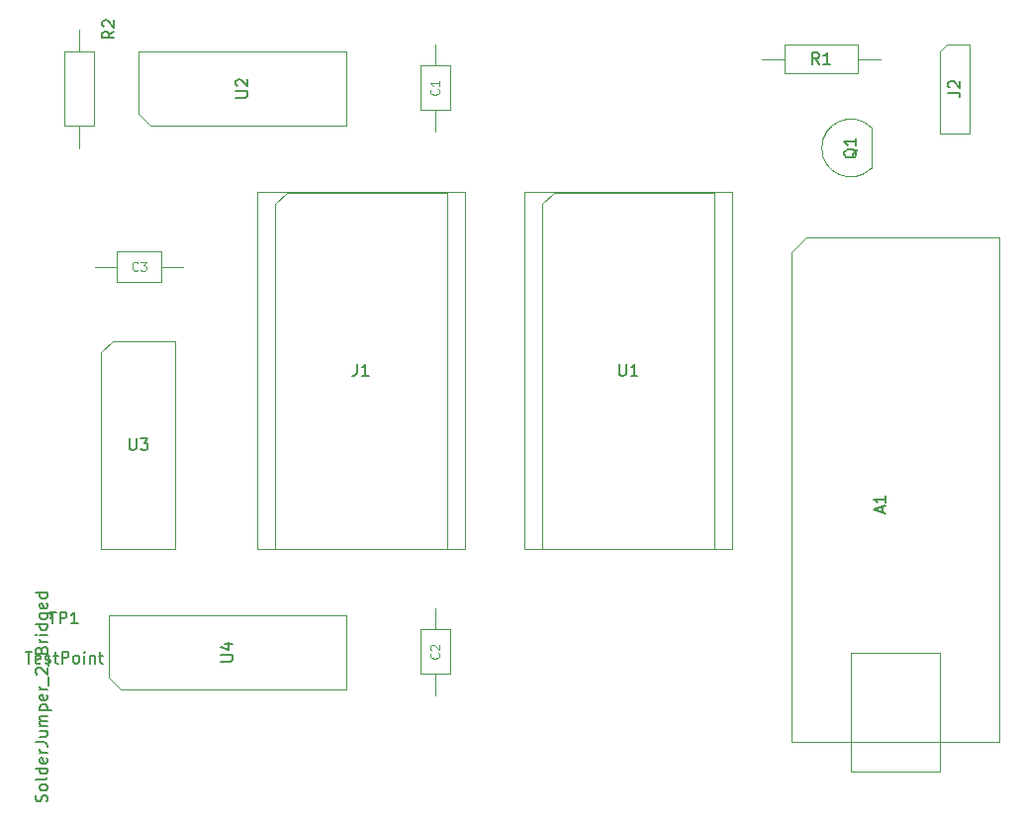
<source format=gbr>
%TF.GenerationSoftware,KiCad,Pcbnew,(5.1.9)-1*%
%TF.CreationDate,2021-04-24T11:27:16-04:00*%
%TF.ProjectId,io_i2c,696f5f69-3263-42e6-9b69-6361645f7063,rev?*%
%TF.SameCoordinates,Original*%
%TF.FileFunction,Other,Fab,Top*%
%FSLAX46Y46*%
G04 Gerber Fmt 4.6, Leading zero omitted, Abs format (unit mm)*
G04 Created by KiCad (PCBNEW (5.1.9)-1) date 2021-04-24 11:27:16*
%MOMM*%
%LPD*%
G01*
G04 APERTURE LIST*
%ADD10C,0.100000*%
%ADD11C,0.150000*%
%ADD12C,0.114000*%
G04 APERTURE END LIST*
D10*
%TO.C,U4*%
X46720000Y-97155000D02*
X45720000Y-96155000D01*
X66040000Y-97155000D02*
X46720000Y-97155000D01*
X66040000Y-90805000D02*
X66040000Y-97155000D01*
X45720000Y-90805000D02*
X66040000Y-90805000D01*
X45720000Y-96155000D02*
X45720000Y-90805000D01*
%TO.C,U1*%
X99060000Y-54550000D02*
X81280000Y-54550000D01*
X99060000Y-85150000D02*
X99060000Y-54550000D01*
X81280000Y-85150000D02*
X99060000Y-85150000D01*
X81280000Y-54550000D02*
X81280000Y-85150000D01*
X82805000Y-55610000D02*
X83805000Y-54610000D01*
X82805000Y-85090000D02*
X82805000Y-55610000D01*
X97535000Y-85090000D02*
X82805000Y-85090000D01*
X97535000Y-54610000D02*
X97535000Y-85090000D01*
X83805000Y-54610000D02*
X97535000Y-54610000D01*
%TO.C,C3*%
X44570000Y-60960000D02*
X46420000Y-60960000D01*
X52070000Y-60960000D02*
X50220000Y-60960000D01*
X46420000Y-62260000D02*
X50220000Y-62260000D01*
X46420000Y-59660000D02*
X46420000Y-62260000D01*
X50220000Y-59660000D02*
X46420000Y-59660000D01*
X50220000Y-62260000D02*
X50220000Y-59660000D01*
%TO.C,C2*%
X73660000Y-97670000D02*
X73660000Y-95820000D01*
X73660000Y-90170000D02*
X73660000Y-92020000D01*
X74960000Y-95820000D02*
X74960000Y-92020000D01*
X72360000Y-95820000D02*
X74960000Y-95820000D01*
X72360000Y-92020000D02*
X72360000Y-95820000D01*
X74960000Y-92020000D02*
X72360000Y-92020000D01*
%TO.C,C1*%
X73660000Y-49410000D02*
X73660000Y-47560000D01*
X73660000Y-41910000D02*
X73660000Y-43760000D01*
X74960000Y-47560000D02*
X74960000Y-43760000D01*
X72360000Y-47560000D02*
X74960000Y-47560000D01*
X72360000Y-43760000D02*
X72360000Y-47560000D01*
X74960000Y-43760000D02*
X72360000Y-43760000D01*
%TO.C,R1*%
X111760000Y-43180000D02*
X109830000Y-43180000D01*
X101600000Y-43180000D02*
X103530000Y-43180000D01*
X109830000Y-41930000D02*
X103530000Y-41930000D01*
X109830000Y-44430000D02*
X109830000Y-41930000D01*
X103530000Y-44430000D02*
X109830000Y-44430000D01*
X103530000Y-41930000D02*
X103530000Y-44430000D01*
%TO.C,R2*%
X43180000Y-40640000D02*
X43180000Y-42570000D01*
X43180000Y-50800000D02*
X43180000Y-48870000D01*
X41930000Y-42570000D02*
X41930000Y-48870000D01*
X44430000Y-42570000D02*
X41930000Y-42570000D01*
X44430000Y-48870000D02*
X44430000Y-42570000D01*
X41930000Y-48870000D02*
X44430000Y-48870000D01*
%TO.C,J2*%
X116840000Y-42545000D02*
X117475000Y-41910000D01*
X116840000Y-49530000D02*
X116840000Y-42545000D01*
X119380000Y-49530000D02*
X116840000Y-49530000D01*
X119380000Y-41910000D02*
X119380000Y-49530000D01*
X117475000Y-41910000D02*
X119380000Y-41910000D01*
%TO.C,Q1*%
X110970000Y-52570000D02*
X110970000Y-49070000D01*
X110973625Y-52553625D02*
G75*
G02*
X106740000Y-50800000I-1753625J1753625D01*
G01*
X110973625Y-49046375D02*
G75*
G03*
X106740000Y-50800000I-1753625J-1753625D01*
G01*
%TO.C,U3*%
X45085000Y-68310000D02*
X46085000Y-67310000D01*
X45085000Y-85090000D02*
X45085000Y-68310000D01*
X51435000Y-85090000D02*
X45085000Y-85090000D01*
X51435000Y-67310000D02*
X51435000Y-85090000D01*
X46085000Y-67310000D02*
X51435000Y-67310000D01*
%TO.C,U2*%
X49260000Y-48895000D02*
X48260000Y-47895000D01*
X66040000Y-48895000D02*
X49260000Y-48895000D01*
X66040000Y-42545000D02*
X66040000Y-48895000D01*
X48260000Y-42545000D02*
X66040000Y-42545000D01*
X48260000Y-47895000D02*
X48260000Y-42545000D01*
%TO.C,J1*%
X76200000Y-54550000D02*
X58420000Y-54550000D01*
X76200000Y-85150000D02*
X76200000Y-54550000D01*
X58420000Y-85150000D02*
X76200000Y-85150000D01*
X58420000Y-54550000D02*
X58420000Y-85150000D01*
X59945000Y-55610000D02*
X60945000Y-54610000D01*
X59945000Y-85090000D02*
X59945000Y-55610000D01*
X74675000Y-85090000D02*
X59945000Y-85090000D01*
X74675000Y-54610000D02*
X74675000Y-85090000D01*
X60945000Y-54610000D02*
X74675000Y-54610000D01*
%TO.C,A1*%
X121920000Y-58420000D02*
X121920000Y-101600000D01*
X105410000Y-58420000D02*
X121920000Y-58420000D01*
X104140000Y-59690000D02*
X105410000Y-58420000D01*
X104140000Y-101600000D02*
X104140000Y-59690000D01*
X121920000Y-101600000D02*
X104140000Y-101600000D01*
X109220000Y-104140000D02*
X109220000Y-93980000D01*
X116840000Y-104140000D02*
X109220000Y-104140000D01*
X116840000Y-93980000D02*
X116840000Y-104140000D01*
X109220000Y-93980000D02*
X116840000Y-93980000D01*
%TD*%
%TO.C,U4*%
D11*
X55332380Y-94741904D02*
X56141904Y-94741904D01*
X56237142Y-94694285D01*
X56284761Y-94646666D01*
X56332380Y-94551428D01*
X56332380Y-94360952D01*
X56284761Y-94265714D01*
X56237142Y-94218095D01*
X56141904Y-94170476D01*
X55332380Y-94170476D01*
X55665714Y-93265714D02*
X56332380Y-93265714D01*
X55284761Y-93503809D02*
X55999047Y-93741904D01*
X55999047Y-93122857D01*
%TO.C,TP1*%
X38576666Y-93912380D02*
X39148095Y-93912380D01*
X38862380Y-94912380D02*
X38862380Y-93912380D01*
X39862380Y-94864761D02*
X39767142Y-94912380D01*
X39576666Y-94912380D01*
X39481428Y-94864761D01*
X39433809Y-94769523D01*
X39433809Y-94388571D01*
X39481428Y-94293333D01*
X39576666Y-94245714D01*
X39767142Y-94245714D01*
X39862380Y-94293333D01*
X39910000Y-94388571D01*
X39910000Y-94483809D01*
X39433809Y-94579047D01*
X40290952Y-94864761D02*
X40386190Y-94912380D01*
X40576666Y-94912380D01*
X40671904Y-94864761D01*
X40719523Y-94769523D01*
X40719523Y-94721904D01*
X40671904Y-94626666D01*
X40576666Y-94579047D01*
X40433809Y-94579047D01*
X40338571Y-94531428D01*
X40290952Y-94436190D01*
X40290952Y-94388571D01*
X40338571Y-94293333D01*
X40433809Y-94245714D01*
X40576666Y-94245714D01*
X40671904Y-94293333D01*
X41005238Y-94245714D02*
X41386190Y-94245714D01*
X41148095Y-93912380D02*
X41148095Y-94769523D01*
X41195714Y-94864761D01*
X41290952Y-94912380D01*
X41386190Y-94912380D01*
X41719523Y-94912380D02*
X41719523Y-93912380D01*
X42100476Y-93912380D01*
X42195714Y-93960000D01*
X42243333Y-94007619D01*
X42290952Y-94102857D01*
X42290952Y-94245714D01*
X42243333Y-94340952D01*
X42195714Y-94388571D01*
X42100476Y-94436190D01*
X41719523Y-94436190D01*
X42862380Y-94912380D02*
X42767142Y-94864761D01*
X42719523Y-94817142D01*
X42671904Y-94721904D01*
X42671904Y-94436190D01*
X42719523Y-94340952D01*
X42767142Y-94293333D01*
X42862380Y-94245714D01*
X43005238Y-94245714D01*
X43100476Y-94293333D01*
X43148095Y-94340952D01*
X43195714Y-94436190D01*
X43195714Y-94721904D01*
X43148095Y-94817142D01*
X43100476Y-94864761D01*
X43005238Y-94912380D01*
X42862380Y-94912380D01*
X43624285Y-94912380D02*
X43624285Y-94245714D01*
X43624285Y-93912380D02*
X43576666Y-93960000D01*
X43624285Y-94007619D01*
X43671904Y-93960000D01*
X43624285Y-93912380D01*
X43624285Y-94007619D01*
X44100476Y-94245714D02*
X44100476Y-94912380D01*
X44100476Y-94340952D02*
X44148095Y-94293333D01*
X44243333Y-94245714D01*
X44386190Y-94245714D01*
X44481428Y-94293333D01*
X44529047Y-94388571D01*
X44529047Y-94912380D01*
X44862380Y-94245714D02*
X45243333Y-94245714D01*
X45005238Y-93912380D02*
X45005238Y-94769523D01*
X45052857Y-94864761D01*
X45148095Y-94912380D01*
X45243333Y-94912380D01*
X40648095Y-90512380D02*
X41219523Y-90512380D01*
X40933809Y-91512380D02*
X40933809Y-90512380D01*
X41552857Y-91512380D02*
X41552857Y-90512380D01*
X41933809Y-90512380D01*
X42029047Y-90560000D01*
X42076666Y-90607619D01*
X42124285Y-90702857D01*
X42124285Y-90845714D01*
X42076666Y-90940952D01*
X42029047Y-90988571D01*
X41933809Y-91036190D01*
X41552857Y-91036190D01*
X43076666Y-91512380D02*
X42505238Y-91512380D01*
X42790952Y-91512380D02*
X42790952Y-90512380D01*
X42695714Y-90655238D01*
X42600476Y-90750476D01*
X42505238Y-90798095D01*
%TO.C,JP1*%
X40414761Y-106742380D02*
X40462380Y-106599523D01*
X40462380Y-106361428D01*
X40414761Y-106266190D01*
X40367142Y-106218571D01*
X40271904Y-106170952D01*
X40176666Y-106170952D01*
X40081428Y-106218571D01*
X40033809Y-106266190D01*
X39986190Y-106361428D01*
X39938571Y-106551904D01*
X39890952Y-106647142D01*
X39843333Y-106694761D01*
X39748095Y-106742380D01*
X39652857Y-106742380D01*
X39557619Y-106694761D01*
X39510000Y-106647142D01*
X39462380Y-106551904D01*
X39462380Y-106313809D01*
X39510000Y-106170952D01*
X40462380Y-105599523D02*
X40414761Y-105694761D01*
X40367142Y-105742380D01*
X40271904Y-105790000D01*
X39986190Y-105790000D01*
X39890952Y-105742380D01*
X39843333Y-105694761D01*
X39795714Y-105599523D01*
X39795714Y-105456666D01*
X39843333Y-105361428D01*
X39890952Y-105313809D01*
X39986190Y-105266190D01*
X40271904Y-105266190D01*
X40367142Y-105313809D01*
X40414761Y-105361428D01*
X40462380Y-105456666D01*
X40462380Y-105599523D01*
X40462380Y-104694761D02*
X40414761Y-104790000D01*
X40319523Y-104837619D01*
X39462380Y-104837619D01*
X40462380Y-103885238D02*
X39462380Y-103885238D01*
X40414761Y-103885238D02*
X40462380Y-103980476D01*
X40462380Y-104170952D01*
X40414761Y-104266190D01*
X40367142Y-104313809D01*
X40271904Y-104361428D01*
X39986190Y-104361428D01*
X39890952Y-104313809D01*
X39843333Y-104266190D01*
X39795714Y-104170952D01*
X39795714Y-103980476D01*
X39843333Y-103885238D01*
X40414761Y-103028095D02*
X40462380Y-103123333D01*
X40462380Y-103313809D01*
X40414761Y-103409047D01*
X40319523Y-103456666D01*
X39938571Y-103456666D01*
X39843333Y-103409047D01*
X39795714Y-103313809D01*
X39795714Y-103123333D01*
X39843333Y-103028095D01*
X39938571Y-102980476D01*
X40033809Y-102980476D01*
X40129047Y-103456666D01*
X40462380Y-102551904D02*
X39795714Y-102551904D01*
X39986190Y-102551904D02*
X39890952Y-102504285D01*
X39843333Y-102456666D01*
X39795714Y-102361428D01*
X39795714Y-102266190D01*
X39462380Y-101647142D02*
X40176666Y-101647142D01*
X40319523Y-101694761D01*
X40414761Y-101790000D01*
X40462380Y-101932857D01*
X40462380Y-102028095D01*
X39795714Y-100742380D02*
X40462380Y-100742380D01*
X39795714Y-101170952D02*
X40319523Y-101170952D01*
X40414761Y-101123333D01*
X40462380Y-101028095D01*
X40462380Y-100885238D01*
X40414761Y-100790000D01*
X40367142Y-100742380D01*
X40462380Y-100266190D02*
X39795714Y-100266190D01*
X39890952Y-100266190D02*
X39843333Y-100218571D01*
X39795714Y-100123333D01*
X39795714Y-99980476D01*
X39843333Y-99885238D01*
X39938571Y-99837619D01*
X40462380Y-99837619D01*
X39938571Y-99837619D02*
X39843333Y-99790000D01*
X39795714Y-99694761D01*
X39795714Y-99551904D01*
X39843333Y-99456666D01*
X39938571Y-99409047D01*
X40462380Y-99409047D01*
X39795714Y-98932857D02*
X40795714Y-98932857D01*
X39843333Y-98932857D02*
X39795714Y-98837619D01*
X39795714Y-98647142D01*
X39843333Y-98551904D01*
X39890952Y-98504285D01*
X39986190Y-98456666D01*
X40271904Y-98456666D01*
X40367142Y-98504285D01*
X40414761Y-98551904D01*
X40462380Y-98647142D01*
X40462380Y-98837619D01*
X40414761Y-98932857D01*
X40414761Y-97647142D02*
X40462380Y-97742380D01*
X40462380Y-97932857D01*
X40414761Y-98028095D01*
X40319523Y-98075714D01*
X39938571Y-98075714D01*
X39843333Y-98028095D01*
X39795714Y-97932857D01*
X39795714Y-97742380D01*
X39843333Y-97647142D01*
X39938571Y-97599523D01*
X40033809Y-97599523D01*
X40129047Y-98075714D01*
X40462380Y-97170952D02*
X39795714Y-97170952D01*
X39986190Y-97170952D02*
X39890952Y-97123333D01*
X39843333Y-97075714D01*
X39795714Y-96980476D01*
X39795714Y-96885238D01*
X40557619Y-96790000D02*
X40557619Y-96028095D01*
X39557619Y-95837619D02*
X39510000Y-95790000D01*
X39462380Y-95694761D01*
X39462380Y-95456666D01*
X39510000Y-95361428D01*
X39557619Y-95313809D01*
X39652857Y-95266190D01*
X39748095Y-95266190D01*
X39890952Y-95313809D01*
X40462380Y-95885238D01*
X40462380Y-95266190D01*
X40557619Y-95075714D02*
X40557619Y-94313809D01*
X39938571Y-93742380D02*
X39986190Y-93599523D01*
X40033809Y-93551904D01*
X40129047Y-93504285D01*
X40271904Y-93504285D01*
X40367142Y-93551904D01*
X40414761Y-93599523D01*
X40462380Y-93694761D01*
X40462380Y-94075714D01*
X39462380Y-94075714D01*
X39462380Y-93742380D01*
X39510000Y-93647142D01*
X39557619Y-93599523D01*
X39652857Y-93551904D01*
X39748095Y-93551904D01*
X39843333Y-93599523D01*
X39890952Y-93647142D01*
X39938571Y-93742380D01*
X39938571Y-94075714D01*
X40462380Y-93075714D02*
X39795714Y-93075714D01*
X39986190Y-93075714D02*
X39890952Y-93028095D01*
X39843333Y-92980476D01*
X39795714Y-92885238D01*
X39795714Y-92790000D01*
X40462380Y-92456666D02*
X39795714Y-92456666D01*
X39462380Y-92456666D02*
X39510000Y-92504285D01*
X39557619Y-92456666D01*
X39510000Y-92409047D01*
X39462380Y-92456666D01*
X39557619Y-92456666D01*
X40462380Y-91551904D02*
X39462380Y-91551904D01*
X40414761Y-91551904D02*
X40462380Y-91647142D01*
X40462380Y-91837619D01*
X40414761Y-91932857D01*
X40367142Y-91980476D01*
X40271904Y-92028095D01*
X39986190Y-92028095D01*
X39890952Y-91980476D01*
X39843333Y-91932857D01*
X39795714Y-91837619D01*
X39795714Y-91647142D01*
X39843333Y-91551904D01*
X39795714Y-90647142D02*
X40605238Y-90647142D01*
X40700476Y-90694761D01*
X40748095Y-90742380D01*
X40795714Y-90837619D01*
X40795714Y-90980476D01*
X40748095Y-91075714D01*
X40414761Y-90647142D02*
X40462380Y-90742380D01*
X40462380Y-90932857D01*
X40414761Y-91028095D01*
X40367142Y-91075714D01*
X40271904Y-91123333D01*
X39986190Y-91123333D01*
X39890952Y-91075714D01*
X39843333Y-91028095D01*
X39795714Y-90932857D01*
X39795714Y-90742380D01*
X39843333Y-90647142D01*
X40414761Y-89790000D02*
X40462380Y-89885238D01*
X40462380Y-90075714D01*
X40414761Y-90170952D01*
X40319523Y-90218571D01*
X39938571Y-90218571D01*
X39843333Y-90170952D01*
X39795714Y-90075714D01*
X39795714Y-89885238D01*
X39843333Y-89790000D01*
X39938571Y-89742380D01*
X40033809Y-89742380D01*
X40129047Y-90218571D01*
X40462380Y-88885238D02*
X39462380Y-88885238D01*
X40414761Y-88885238D02*
X40462380Y-88980476D01*
X40462380Y-89170952D01*
X40414761Y-89266190D01*
X40367142Y-89313809D01*
X40271904Y-89361428D01*
X39986190Y-89361428D01*
X39890952Y-89313809D01*
X39843333Y-89266190D01*
X39795714Y-89170952D01*
X39795714Y-88980476D01*
X39843333Y-88885238D01*
%TO.C,U1*%
X89408095Y-69302380D02*
X89408095Y-70111904D01*
X89455714Y-70207142D01*
X89503333Y-70254761D01*
X89598571Y-70302380D01*
X89789047Y-70302380D01*
X89884285Y-70254761D01*
X89931904Y-70207142D01*
X89979523Y-70111904D01*
X89979523Y-69302380D01*
X90979523Y-70302380D02*
X90408095Y-70302380D01*
X90693809Y-70302380D02*
X90693809Y-69302380D01*
X90598571Y-69445238D01*
X90503333Y-69540476D01*
X90408095Y-69588095D01*
%TO.C,C3*%
D12*
X48193333Y-61231428D02*
X48157142Y-61267619D01*
X48048571Y-61303809D01*
X47976190Y-61303809D01*
X47867619Y-61267619D01*
X47795238Y-61195238D01*
X47759047Y-61122857D01*
X47722857Y-60978095D01*
X47722857Y-60869523D01*
X47759047Y-60724761D01*
X47795238Y-60652380D01*
X47867619Y-60580000D01*
X47976190Y-60543809D01*
X48048571Y-60543809D01*
X48157142Y-60580000D01*
X48193333Y-60616190D01*
X48446666Y-60543809D02*
X48917142Y-60543809D01*
X48663809Y-60833333D01*
X48772380Y-60833333D01*
X48844761Y-60869523D01*
X48880952Y-60905714D01*
X48917142Y-60978095D01*
X48917142Y-61159047D01*
X48880952Y-61231428D01*
X48844761Y-61267619D01*
X48772380Y-61303809D01*
X48555238Y-61303809D01*
X48482857Y-61267619D01*
X48446666Y-61231428D01*
%TO.C,C2*%
X73931428Y-94046666D02*
X73967619Y-94082857D01*
X74003809Y-94191428D01*
X74003809Y-94263809D01*
X73967619Y-94372380D01*
X73895238Y-94444761D01*
X73822857Y-94480952D01*
X73678095Y-94517142D01*
X73569523Y-94517142D01*
X73424761Y-94480952D01*
X73352380Y-94444761D01*
X73280000Y-94372380D01*
X73243809Y-94263809D01*
X73243809Y-94191428D01*
X73280000Y-94082857D01*
X73316190Y-94046666D01*
X73316190Y-93757142D02*
X73280000Y-93720952D01*
X73243809Y-93648571D01*
X73243809Y-93467619D01*
X73280000Y-93395238D01*
X73316190Y-93359047D01*
X73388571Y-93322857D01*
X73460952Y-93322857D01*
X73569523Y-93359047D01*
X74003809Y-93793333D01*
X74003809Y-93322857D01*
%TO.C,C1*%
X73931428Y-45786666D02*
X73967619Y-45822857D01*
X74003809Y-45931428D01*
X74003809Y-46003809D01*
X73967619Y-46112380D01*
X73895238Y-46184761D01*
X73822857Y-46220952D01*
X73678095Y-46257142D01*
X73569523Y-46257142D01*
X73424761Y-46220952D01*
X73352380Y-46184761D01*
X73280000Y-46112380D01*
X73243809Y-46003809D01*
X73243809Y-45931428D01*
X73280000Y-45822857D01*
X73316190Y-45786666D01*
X74003809Y-45062857D02*
X74003809Y-45497142D01*
X74003809Y-45280000D02*
X73243809Y-45280000D01*
X73352380Y-45352380D01*
X73424761Y-45424761D01*
X73460952Y-45497142D01*
%TO.C,R1*%
D11*
X106513333Y-43632380D02*
X106180000Y-43156190D01*
X105941904Y-43632380D02*
X105941904Y-42632380D01*
X106322857Y-42632380D01*
X106418095Y-42680000D01*
X106465714Y-42727619D01*
X106513333Y-42822857D01*
X106513333Y-42965714D01*
X106465714Y-43060952D01*
X106418095Y-43108571D01*
X106322857Y-43156190D01*
X105941904Y-43156190D01*
X107465714Y-43632380D02*
X106894285Y-43632380D01*
X107180000Y-43632380D02*
X107180000Y-42632380D01*
X107084761Y-42775238D01*
X106989523Y-42870476D01*
X106894285Y-42918095D01*
%TO.C,R2*%
X46172380Y-40806666D02*
X45696190Y-41140000D01*
X46172380Y-41378095D02*
X45172380Y-41378095D01*
X45172380Y-40997142D01*
X45220000Y-40901904D01*
X45267619Y-40854285D01*
X45362857Y-40806666D01*
X45505714Y-40806666D01*
X45600952Y-40854285D01*
X45648571Y-40901904D01*
X45696190Y-40997142D01*
X45696190Y-41378095D01*
X45267619Y-40425714D02*
X45220000Y-40378095D01*
X45172380Y-40282857D01*
X45172380Y-40044761D01*
X45220000Y-39949523D01*
X45267619Y-39901904D01*
X45362857Y-39854285D01*
X45458095Y-39854285D01*
X45600952Y-39901904D01*
X46172380Y-40473333D01*
X46172380Y-39854285D01*
%TO.C,J2*%
X117562380Y-46053333D02*
X118276666Y-46053333D01*
X118419523Y-46100952D01*
X118514761Y-46196190D01*
X118562380Y-46339047D01*
X118562380Y-46434285D01*
X117657619Y-45624761D02*
X117610000Y-45577142D01*
X117562380Y-45481904D01*
X117562380Y-45243809D01*
X117610000Y-45148571D01*
X117657619Y-45100952D01*
X117752857Y-45053333D01*
X117848095Y-45053333D01*
X117990952Y-45100952D01*
X118562380Y-45672380D01*
X118562380Y-45053333D01*
%TO.C,Q1*%
X109767619Y-50895238D02*
X109720000Y-50990476D01*
X109624761Y-51085714D01*
X109481904Y-51228571D01*
X109434285Y-51323809D01*
X109434285Y-51419047D01*
X109672380Y-51371428D02*
X109624761Y-51466666D01*
X109529523Y-51561904D01*
X109339047Y-51609523D01*
X109005714Y-51609523D01*
X108815238Y-51561904D01*
X108720000Y-51466666D01*
X108672380Y-51371428D01*
X108672380Y-51180952D01*
X108720000Y-51085714D01*
X108815238Y-50990476D01*
X109005714Y-50942857D01*
X109339047Y-50942857D01*
X109529523Y-50990476D01*
X109624761Y-51085714D01*
X109672380Y-51180952D01*
X109672380Y-51371428D01*
X109672380Y-49990476D02*
X109672380Y-50561904D01*
X109672380Y-50276190D02*
X108672380Y-50276190D01*
X108815238Y-50371428D01*
X108910476Y-50466666D01*
X108958095Y-50561904D01*
%TO.C,U3*%
X47498095Y-75652380D02*
X47498095Y-76461904D01*
X47545714Y-76557142D01*
X47593333Y-76604761D01*
X47688571Y-76652380D01*
X47879047Y-76652380D01*
X47974285Y-76604761D01*
X48021904Y-76557142D01*
X48069523Y-76461904D01*
X48069523Y-75652380D01*
X48450476Y-75652380D02*
X49069523Y-75652380D01*
X48736190Y-76033333D01*
X48879047Y-76033333D01*
X48974285Y-76080952D01*
X49021904Y-76128571D01*
X49069523Y-76223809D01*
X49069523Y-76461904D01*
X49021904Y-76557142D01*
X48974285Y-76604761D01*
X48879047Y-76652380D01*
X48593333Y-76652380D01*
X48498095Y-76604761D01*
X48450476Y-76557142D01*
%TO.C,U2*%
X56602380Y-46481904D02*
X57411904Y-46481904D01*
X57507142Y-46434285D01*
X57554761Y-46386666D01*
X57602380Y-46291428D01*
X57602380Y-46100952D01*
X57554761Y-46005714D01*
X57507142Y-45958095D01*
X57411904Y-45910476D01*
X56602380Y-45910476D01*
X56697619Y-45481904D02*
X56650000Y-45434285D01*
X56602380Y-45339047D01*
X56602380Y-45100952D01*
X56650000Y-45005714D01*
X56697619Y-44958095D01*
X56792857Y-44910476D01*
X56888095Y-44910476D01*
X57030952Y-44958095D01*
X57602380Y-45529523D01*
X57602380Y-44910476D01*
%TO.C,J1*%
X66976666Y-69302380D02*
X66976666Y-70016666D01*
X66929047Y-70159523D01*
X66833809Y-70254761D01*
X66690952Y-70302380D01*
X66595714Y-70302380D01*
X67976666Y-70302380D02*
X67405238Y-70302380D01*
X67690952Y-70302380D02*
X67690952Y-69302380D01*
X67595714Y-69445238D01*
X67500476Y-69540476D01*
X67405238Y-69588095D01*
%TO.C,A1*%
X111926666Y-81994285D02*
X111926666Y-81518095D01*
X112212380Y-82089523D02*
X111212380Y-81756190D01*
X112212380Y-81422857D01*
X112212380Y-80565714D02*
X112212380Y-81137142D01*
X112212380Y-80851428D02*
X111212380Y-80851428D01*
X111355238Y-80946666D01*
X111450476Y-81041904D01*
X111498095Y-81137142D01*
%TD*%
M02*

</source>
